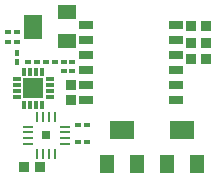
<source format=gtp>
G04*
G04 #@! TF.GenerationSoftware,Altium Limited,Altium Designer,22.2.1 (43)*
G04*
G04 Layer_Color=8421504*
%FSLAX44Y44*%
%MOMM*%
G71*
G04*
G04 #@! TF.SameCoordinates,672CECB2-DF13-49BD-9E49-C01950E57CCB*
G04*
G04*
G04 #@! TF.FilePolarity,Positive*
G04*
G01*
G75*
%ADD13R,0.5000X0.4500*%
%ADD14R,1.2700X0.7600*%
%ADD15R,0.8500X0.9000*%
%ADD16R,1.7000X1.7000*%
%ADD17R,0.3000X0.7000*%
%ADD18R,0.7000X0.3000*%
%ADD19R,0.8000X0.8000*%
%ADD20R,0.2160X0.8260*%
%ADD21R,0.8260X0.2160*%
%ADD22R,0.9000X0.8500*%
%ADD23R,1.6000X1.3000*%
%ADD24R,1.6000X2.0000*%
%ADD25R,1.3000X1.6000*%
%ADD26R,2.0000X1.6000*%
%ADD27R,0.4500X0.5000*%
D13*
X73250Y93500D02*
D03*
X65750D02*
D03*
X78250Y33000D02*
D03*
X85750D02*
D03*
X18750Y118000D02*
D03*
X26250D02*
D03*
X18750Y126500D02*
D03*
X26250D02*
D03*
X65750Y101500D02*
D03*
X73250D02*
D03*
X35750D02*
D03*
X43250D02*
D03*
X50750D02*
D03*
X58250D02*
D03*
X78250Y48000D02*
D03*
X85750D02*
D03*
D14*
X84900Y132750D02*
D03*
X161100D02*
D03*
X84900Y120050D02*
D03*
X161100D02*
D03*
X84900Y107350D02*
D03*
X161100D02*
D03*
X84900Y94650D02*
D03*
X161100D02*
D03*
X84900Y81950D02*
D03*
X161100D02*
D03*
X84900Y69250D02*
D03*
X161100D02*
D03*
D15*
X186500Y117000D02*
D03*
X173500D02*
D03*
X186500Y131500D02*
D03*
X173500D02*
D03*
X186500Y104000D02*
D03*
X173500D02*
D03*
X45500Y12000D02*
D03*
X32500D02*
D03*
D16*
X40000Y79000D02*
D03*
D17*
X32500Y65000D02*
D03*
X37500D02*
D03*
X42500D02*
D03*
X47500D02*
D03*
Y93000D02*
D03*
X42500D02*
D03*
X37500D02*
D03*
X32500D02*
D03*
D18*
X26000Y86500D02*
D03*
Y81500D02*
D03*
Y76500D02*
D03*
Y71500D02*
D03*
X54000D02*
D03*
Y76500D02*
D03*
Y81500D02*
D03*
Y86500D02*
D03*
D19*
X51000Y39000D02*
D03*
D20*
X58500Y23250D02*
D03*
X53500D02*
D03*
X48500D02*
D03*
X43500D02*
D03*
Y54750D02*
D03*
X48500D02*
D03*
X53500D02*
D03*
X58500D02*
D03*
D21*
X35250Y31500D02*
D03*
Y36500D02*
D03*
Y41500D02*
D03*
Y46500D02*
D03*
X66750D02*
D03*
Y41500D02*
D03*
Y36500D02*
D03*
Y31500D02*
D03*
D22*
X72000Y69000D02*
D03*
Y82000D02*
D03*
D23*
X68500Y118500D02*
D03*
Y143500D02*
D03*
D24*
X39500Y131000D02*
D03*
D25*
X102500Y14500D02*
D03*
X127500D02*
D03*
X153500D02*
D03*
X178500D02*
D03*
D26*
X115000Y43500D02*
D03*
X166000D02*
D03*
D27*
X26500Y108750D02*
D03*
Y101250D02*
D03*
M02*

</source>
